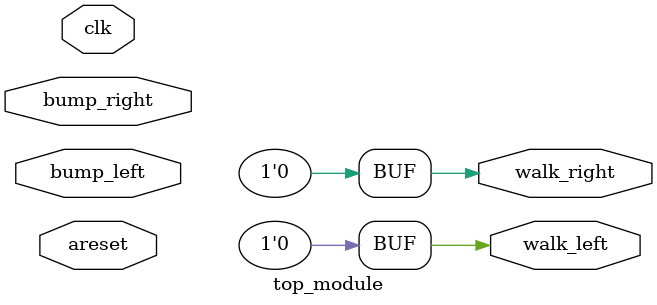
<source format=sv>
module top_module (
    input clk,
    input areset,
    input bump_left,
    input bump_right,
    output reg walk_left,
    output reg walk_right
);

    reg [1:0] state;
    
    always @(posedge clk or posedge areset) begin
        if (areset)
            state <= 2'b10; // Initialize state to walk_left
        else begin
            case (state)
                2'b10: begin // State: walk_left
                    if (bump_right) begin
                        state <= 2'b01; // Next state: walk_right
                        walk_right <= 1; // Output: walk_right
                    end
                end
                
                2'b01: begin // State: walk_right
                    if (bump_left) begin
                        state <= 2'b10; // Next state: walk_left
                        walk_left <= 1; // Output: walk_left
                    end
                end
            endcase
        end
    end
    
    // Default assignments for outputs
    always @(state) begin
        walk_left <= 0;
        walk_right <= 0;
    end

endmodule

</source>
